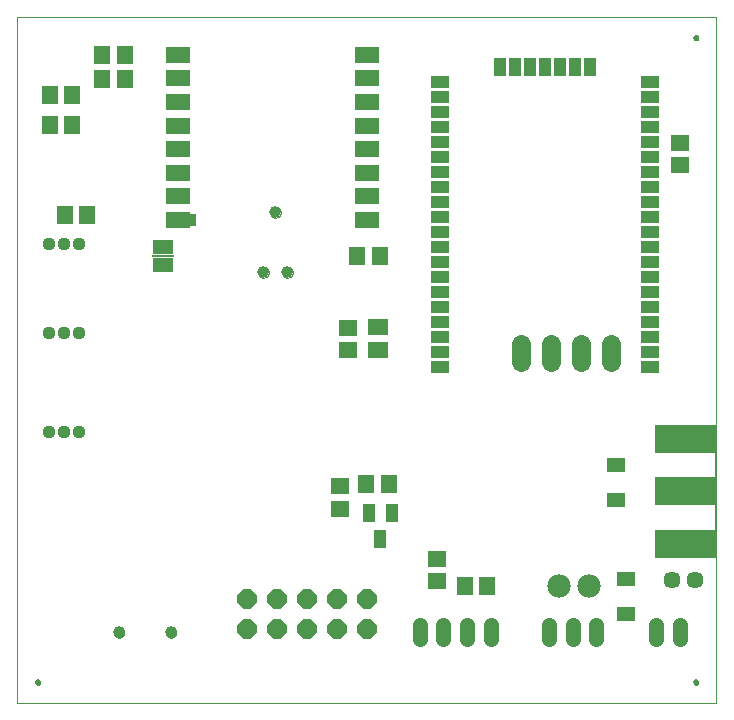
<source format=gbs>
G04 EAGLE Gerber X2 export*
G75*
%MOMM*%
%FSLAX34Y34*%
%LPD*%
%AMOC8*
5,1,8,0,0,1.08239X$1,22.5*%
G01*
%ADD10C,0.000000*%
%ADD11C,0.508000*%
%ADD12C,0.990600*%
%ADD13R,1.501600X1.301600*%
%ADD14R,1.701600X1.401600*%
%ADD15C,1.001600*%
%ADD16R,1.601600X1.401600*%
%ADD17R,1.401600X1.601600*%
%ADD18C,1.117600*%
%ADD19R,2.101600X1.371600*%
%ADD20R,1.006400X1.006400*%
%ADD21R,1.701800X1.270000*%
%ADD22R,1.828800X0.152400*%
%ADD23R,1.625600X1.117600*%
%ADD24R,1.117600X1.625600*%
%ADD25R,5.181600X2.387600*%
%ADD26P,1.759533X8X202.500000*%
%ADD27C,1.625600*%
%ADD28C,1.301600*%
%ADD29C,1.451600*%
%ADD30C,1.981200*%
%ADD31R,1.101600X1.501600*%


D10*
X0Y0D02*
X591820Y0D01*
X591820Y580390D01*
X0Y580390D01*
X0Y0D01*
X572516Y17272D02*
X572518Y17362D01*
X572524Y17452D01*
X572534Y17541D01*
X572548Y17630D01*
X572566Y17718D01*
X572587Y17805D01*
X572613Y17891D01*
X572642Y17976D01*
X572675Y18060D01*
X572712Y18142D01*
X572752Y18222D01*
X572796Y18301D01*
X572843Y18377D01*
X572894Y18452D01*
X572947Y18524D01*
X573004Y18593D01*
X573064Y18660D01*
X573127Y18725D01*
X573193Y18786D01*
X573261Y18845D01*
X573332Y18900D01*
X573405Y18952D01*
X573481Y19001D01*
X573558Y19047D01*
X573638Y19089D01*
X573719Y19127D01*
X573802Y19162D01*
X573886Y19193D01*
X573972Y19221D01*
X574058Y19244D01*
X574146Y19264D01*
X574235Y19280D01*
X574324Y19292D01*
X574413Y19300D01*
X574503Y19304D01*
X574593Y19304D01*
X574683Y19300D01*
X574772Y19292D01*
X574861Y19280D01*
X574950Y19264D01*
X575038Y19244D01*
X575124Y19221D01*
X575210Y19193D01*
X575294Y19162D01*
X575377Y19127D01*
X575458Y19089D01*
X575538Y19047D01*
X575615Y19001D01*
X575691Y18952D01*
X575764Y18900D01*
X575835Y18845D01*
X575903Y18786D01*
X575969Y18725D01*
X576032Y18660D01*
X576092Y18593D01*
X576149Y18524D01*
X576202Y18452D01*
X576253Y18377D01*
X576300Y18301D01*
X576344Y18222D01*
X576384Y18142D01*
X576421Y18060D01*
X576454Y17976D01*
X576483Y17891D01*
X576509Y17805D01*
X576530Y17718D01*
X576548Y17630D01*
X576562Y17541D01*
X576572Y17452D01*
X576578Y17362D01*
X576580Y17272D01*
X576578Y17182D01*
X576572Y17092D01*
X576562Y17003D01*
X576548Y16914D01*
X576530Y16826D01*
X576509Y16739D01*
X576483Y16653D01*
X576454Y16568D01*
X576421Y16484D01*
X576384Y16402D01*
X576344Y16322D01*
X576300Y16243D01*
X576253Y16167D01*
X576202Y16092D01*
X576149Y16020D01*
X576092Y15951D01*
X576032Y15884D01*
X575969Y15819D01*
X575903Y15758D01*
X575835Y15699D01*
X575764Y15644D01*
X575691Y15592D01*
X575615Y15543D01*
X575538Y15497D01*
X575458Y15455D01*
X575377Y15417D01*
X575294Y15382D01*
X575210Y15351D01*
X575124Y15323D01*
X575038Y15300D01*
X574950Y15280D01*
X574861Y15264D01*
X574772Y15252D01*
X574683Y15244D01*
X574593Y15240D01*
X574503Y15240D01*
X574413Y15244D01*
X574324Y15252D01*
X574235Y15264D01*
X574146Y15280D01*
X574058Y15300D01*
X573972Y15323D01*
X573886Y15351D01*
X573802Y15382D01*
X573719Y15417D01*
X573638Y15455D01*
X573558Y15497D01*
X573481Y15543D01*
X573405Y15592D01*
X573332Y15644D01*
X573261Y15699D01*
X573193Y15758D01*
X573127Y15819D01*
X573064Y15884D01*
X573004Y15951D01*
X572947Y16020D01*
X572894Y16092D01*
X572843Y16167D01*
X572796Y16243D01*
X572752Y16322D01*
X572712Y16402D01*
X572675Y16484D01*
X572642Y16568D01*
X572613Y16653D01*
X572587Y16739D01*
X572566Y16826D01*
X572548Y16914D01*
X572534Y17003D01*
X572524Y17092D01*
X572518Y17182D01*
X572516Y17272D01*
D11*
X574548Y17272D03*
D10*
X15240Y17272D02*
X15242Y17362D01*
X15248Y17452D01*
X15258Y17541D01*
X15272Y17630D01*
X15290Y17718D01*
X15311Y17805D01*
X15337Y17891D01*
X15366Y17976D01*
X15399Y18060D01*
X15436Y18142D01*
X15476Y18222D01*
X15520Y18301D01*
X15567Y18377D01*
X15618Y18452D01*
X15671Y18524D01*
X15728Y18593D01*
X15788Y18660D01*
X15851Y18725D01*
X15917Y18786D01*
X15985Y18845D01*
X16056Y18900D01*
X16129Y18952D01*
X16205Y19001D01*
X16282Y19047D01*
X16362Y19089D01*
X16443Y19127D01*
X16526Y19162D01*
X16610Y19193D01*
X16696Y19221D01*
X16782Y19244D01*
X16870Y19264D01*
X16959Y19280D01*
X17048Y19292D01*
X17137Y19300D01*
X17227Y19304D01*
X17317Y19304D01*
X17407Y19300D01*
X17496Y19292D01*
X17585Y19280D01*
X17674Y19264D01*
X17762Y19244D01*
X17848Y19221D01*
X17934Y19193D01*
X18018Y19162D01*
X18101Y19127D01*
X18182Y19089D01*
X18262Y19047D01*
X18339Y19001D01*
X18415Y18952D01*
X18488Y18900D01*
X18559Y18845D01*
X18627Y18786D01*
X18693Y18725D01*
X18756Y18660D01*
X18816Y18593D01*
X18873Y18524D01*
X18926Y18452D01*
X18977Y18377D01*
X19024Y18301D01*
X19068Y18222D01*
X19108Y18142D01*
X19145Y18060D01*
X19178Y17976D01*
X19207Y17891D01*
X19233Y17805D01*
X19254Y17718D01*
X19272Y17630D01*
X19286Y17541D01*
X19296Y17452D01*
X19302Y17362D01*
X19304Y17272D01*
X19302Y17182D01*
X19296Y17092D01*
X19286Y17003D01*
X19272Y16914D01*
X19254Y16826D01*
X19233Y16739D01*
X19207Y16653D01*
X19178Y16568D01*
X19145Y16484D01*
X19108Y16402D01*
X19068Y16322D01*
X19024Y16243D01*
X18977Y16167D01*
X18926Y16092D01*
X18873Y16020D01*
X18816Y15951D01*
X18756Y15884D01*
X18693Y15819D01*
X18627Y15758D01*
X18559Y15699D01*
X18488Y15644D01*
X18415Y15592D01*
X18339Y15543D01*
X18262Y15497D01*
X18182Y15455D01*
X18101Y15417D01*
X18018Y15382D01*
X17934Y15351D01*
X17848Y15323D01*
X17762Y15300D01*
X17674Y15280D01*
X17585Y15264D01*
X17496Y15252D01*
X17407Y15244D01*
X17317Y15240D01*
X17227Y15240D01*
X17137Y15244D01*
X17048Y15252D01*
X16959Y15264D01*
X16870Y15280D01*
X16782Y15300D01*
X16696Y15323D01*
X16610Y15351D01*
X16526Y15382D01*
X16443Y15417D01*
X16362Y15455D01*
X16282Y15497D01*
X16205Y15543D01*
X16129Y15592D01*
X16056Y15644D01*
X15985Y15699D01*
X15917Y15758D01*
X15851Y15819D01*
X15788Y15884D01*
X15728Y15951D01*
X15671Y16020D01*
X15618Y16092D01*
X15567Y16167D01*
X15520Y16243D01*
X15476Y16322D01*
X15436Y16402D01*
X15399Y16484D01*
X15366Y16568D01*
X15337Y16653D01*
X15311Y16739D01*
X15290Y16826D01*
X15272Y16914D01*
X15258Y17003D01*
X15248Y17092D01*
X15242Y17182D01*
X15240Y17272D01*
D11*
X17272Y17272D03*
D10*
X572516Y563118D02*
X572518Y563208D01*
X572524Y563298D01*
X572534Y563387D01*
X572548Y563476D01*
X572566Y563564D01*
X572587Y563651D01*
X572613Y563737D01*
X572642Y563822D01*
X572675Y563906D01*
X572712Y563988D01*
X572752Y564068D01*
X572796Y564147D01*
X572843Y564223D01*
X572894Y564298D01*
X572947Y564370D01*
X573004Y564439D01*
X573064Y564506D01*
X573127Y564571D01*
X573193Y564632D01*
X573261Y564691D01*
X573332Y564746D01*
X573405Y564798D01*
X573481Y564847D01*
X573558Y564893D01*
X573638Y564935D01*
X573719Y564973D01*
X573802Y565008D01*
X573886Y565039D01*
X573972Y565067D01*
X574058Y565090D01*
X574146Y565110D01*
X574235Y565126D01*
X574324Y565138D01*
X574413Y565146D01*
X574503Y565150D01*
X574593Y565150D01*
X574683Y565146D01*
X574772Y565138D01*
X574861Y565126D01*
X574950Y565110D01*
X575038Y565090D01*
X575124Y565067D01*
X575210Y565039D01*
X575294Y565008D01*
X575377Y564973D01*
X575458Y564935D01*
X575538Y564893D01*
X575615Y564847D01*
X575691Y564798D01*
X575764Y564746D01*
X575835Y564691D01*
X575903Y564632D01*
X575969Y564571D01*
X576032Y564506D01*
X576092Y564439D01*
X576149Y564370D01*
X576202Y564298D01*
X576253Y564223D01*
X576300Y564147D01*
X576344Y564068D01*
X576384Y563988D01*
X576421Y563906D01*
X576454Y563822D01*
X576483Y563737D01*
X576509Y563651D01*
X576530Y563564D01*
X576548Y563476D01*
X576562Y563387D01*
X576572Y563298D01*
X576578Y563208D01*
X576580Y563118D01*
X576578Y563028D01*
X576572Y562938D01*
X576562Y562849D01*
X576548Y562760D01*
X576530Y562672D01*
X576509Y562585D01*
X576483Y562499D01*
X576454Y562414D01*
X576421Y562330D01*
X576384Y562248D01*
X576344Y562168D01*
X576300Y562089D01*
X576253Y562013D01*
X576202Y561938D01*
X576149Y561866D01*
X576092Y561797D01*
X576032Y561730D01*
X575969Y561665D01*
X575903Y561604D01*
X575835Y561545D01*
X575764Y561490D01*
X575691Y561438D01*
X575615Y561389D01*
X575538Y561343D01*
X575458Y561301D01*
X575377Y561263D01*
X575294Y561228D01*
X575210Y561197D01*
X575124Y561169D01*
X575038Y561146D01*
X574950Y561126D01*
X574861Y561110D01*
X574772Y561098D01*
X574683Y561090D01*
X574593Y561086D01*
X574503Y561086D01*
X574413Y561090D01*
X574324Y561098D01*
X574235Y561110D01*
X574146Y561126D01*
X574058Y561146D01*
X573972Y561169D01*
X573886Y561197D01*
X573802Y561228D01*
X573719Y561263D01*
X573638Y561301D01*
X573558Y561343D01*
X573481Y561389D01*
X573405Y561438D01*
X573332Y561490D01*
X573261Y561545D01*
X573193Y561604D01*
X573127Y561665D01*
X573064Y561730D01*
X573004Y561797D01*
X572947Y561866D01*
X572894Y561938D01*
X572843Y562013D01*
X572796Y562089D01*
X572752Y562168D01*
X572712Y562248D01*
X572675Y562330D01*
X572642Y562414D01*
X572613Y562499D01*
X572587Y562585D01*
X572566Y562672D01*
X572548Y562760D01*
X572534Y562849D01*
X572524Y562938D01*
X572518Y563028D01*
X572516Y563118D01*
D11*
X574548Y563118D03*
D10*
X213995Y415290D02*
X213997Y415423D01*
X214003Y415556D01*
X214013Y415688D01*
X214027Y415821D01*
X214045Y415952D01*
X214066Y416084D01*
X214092Y416214D01*
X214122Y416344D01*
X214155Y416473D01*
X214192Y416600D01*
X214234Y416727D01*
X214278Y416852D01*
X214327Y416976D01*
X214379Y417098D01*
X214435Y417219D01*
X214495Y417338D01*
X214558Y417455D01*
X214624Y417570D01*
X214694Y417683D01*
X214767Y417794D01*
X214844Y417903D01*
X214924Y418009D01*
X215007Y418113D01*
X215093Y418215D01*
X215182Y418313D01*
X215273Y418409D01*
X215368Y418503D01*
X215466Y418593D01*
X215566Y418681D01*
X215669Y418765D01*
X215774Y418847D01*
X215881Y418925D01*
X215991Y419000D01*
X216103Y419071D01*
X216218Y419139D01*
X216334Y419204D01*
X216452Y419266D01*
X216572Y419323D01*
X216693Y419377D01*
X216816Y419428D01*
X216941Y419474D01*
X217066Y419517D01*
X217194Y419557D01*
X217322Y419592D01*
X217451Y419624D01*
X217581Y419651D01*
X217712Y419675D01*
X217843Y419695D01*
X217975Y419711D01*
X218108Y419723D01*
X218241Y419731D01*
X218374Y419735D01*
X218506Y419735D01*
X218639Y419731D01*
X218772Y419723D01*
X218905Y419711D01*
X219037Y419695D01*
X219168Y419675D01*
X219299Y419651D01*
X219429Y419624D01*
X219558Y419592D01*
X219686Y419557D01*
X219814Y419517D01*
X219939Y419474D01*
X220064Y419428D01*
X220187Y419377D01*
X220308Y419323D01*
X220428Y419266D01*
X220546Y419204D01*
X220663Y419139D01*
X220777Y419071D01*
X220889Y419000D01*
X220999Y418925D01*
X221106Y418847D01*
X221211Y418765D01*
X221314Y418681D01*
X221414Y418593D01*
X221512Y418503D01*
X221607Y418409D01*
X221698Y418313D01*
X221787Y418215D01*
X221873Y418113D01*
X221956Y418009D01*
X222036Y417903D01*
X222113Y417794D01*
X222186Y417683D01*
X222256Y417570D01*
X222322Y417455D01*
X222385Y417338D01*
X222445Y417219D01*
X222501Y417098D01*
X222553Y416976D01*
X222602Y416852D01*
X222646Y416727D01*
X222688Y416600D01*
X222725Y416473D01*
X222758Y416344D01*
X222788Y416214D01*
X222814Y416084D01*
X222835Y415952D01*
X222853Y415821D01*
X222867Y415688D01*
X222877Y415556D01*
X222883Y415423D01*
X222885Y415290D01*
X222883Y415157D01*
X222877Y415024D01*
X222867Y414892D01*
X222853Y414759D01*
X222835Y414628D01*
X222814Y414496D01*
X222788Y414366D01*
X222758Y414236D01*
X222725Y414107D01*
X222688Y413980D01*
X222646Y413853D01*
X222602Y413728D01*
X222553Y413604D01*
X222501Y413482D01*
X222445Y413361D01*
X222385Y413242D01*
X222322Y413125D01*
X222256Y413010D01*
X222186Y412897D01*
X222113Y412786D01*
X222036Y412677D01*
X221956Y412571D01*
X221873Y412467D01*
X221787Y412365D01*
X221698Y412267D01*
X221607Y412171D01*
X221512Y412077D01*
X221414Y411987D01*
X221314Y411899D01*
X221211Y411815D01*
X221106Y411733D01*
X220999Y411655D01*
X220889Y411580D01*
X220777Y411509D01*
X220662Y411441D01*
X220546Y411376D01*
X220428Y411314D01*
X220308Y411257D01*
X220187Y411203D01*
X220064Y411152D01*
X219939Y411106D01*
X219814Y411063D01*
X219686Y411023D01*
X219558Y410988D01*
X219429Y410956D01*
X219299Y410929D01*
X219168Y410905D01*
X219037Y410885D01*
X218905Y410869D01*
X218772Y410857D01*
X218639Y410849D01*
X218506Y410845D01*
X218374Y410845D01*
X218241Y410849D01*
X218108Y410857D01*
X217975Y410869D01*
X217843Y410885D01*
X217712Y410905D01*
X217581Y410929D01*
X217451Y410956D01*
X217322Y410988D01*
X217194Y411023D01*
X217066Y411063D01*
X216941Y411106D01*
X216816Y411152D01*
X216693Y411203D01*
X216572Y411257D01*
X216452Y411314D01*
X216334Y411376D01*
X216217Y411441D01*
X216103Y411509D01*
X215991Y411580D01*
X215881Y411655D01*
X215774Y411733D01*
X215669Y411815D01*
X215566Y411899D01*
X215466Y411987D01*
X215368Y412077D01*
X215273Y412171D01*
X215182Y412267D01*
X215093Y412365D01*
X215007Y412467D01*
X214924Y412571D01*
X214844Y412677D01*
X214767Y412786D01*
X214694Y412897D01*
X214624Y413010D01*
X214558Y413125D01*
X214495Y413242D01*
X214435Y413361D01*
X214379Y413482D01*
X214327Y413604D01*
X214278Y413728D01*
X214234Y413853D01*
X214192Y413980D01*
X214155Y414107D01*
X214122Y414236D01*
X214092Y414366D01*
X214066Y414496D01*
X214045Y414628D01*
X214027Y414759D01*
X214013Y414892D01*
X214003Y415024D01*
X213997Y415157D01*
X213995Y415290D01*
D12*
X218440Y415290D03*
D10*
X203835Y364490D02*
X203837Y364623D01*
X203843Y364756D01*
X203853Y364888D01*
X203867Y365021D01*
X203885Y365152D01*
X203906Y365284D01*
X203932Y365414D01*
X203962Y365544D01*
X203995Y365673D01*
X204032Y365800D01*
X204074Y365927D01*
X204118Y366052D01*
X204167Y366176D01*
X204219Y366298D01*
X204275Y366419D01*
X204335Y366538D01*
X204398Y366655D01*
X204464Y366770D01*
X204534Y366883D01*
X204607Y366994D01*
X204684Y367103D01*
X204764Y367209D01*
X204847Y367313D01*
X204933Y367415D01*
X205022Y367513D01*
X205113Y367609D01*
X205208Y367703D01*
X205306Y367793D01*
X205406Y367881D01*
X205509Y367965D01*
X205614Y368047D01*
X205721Y368125D01*
X205831Y368200D01*
X205943Y368271D01*
X206058Y368339D01*
X206174Y368404D01*
X206292Y368466D01*
X206412Y368523D01*
X206533Y368577D01*
X206656Y368628D01*
X206781Y368674D01*
X206906Y368717D01*
X207034Y368757D01*
X207162Y368792D01*
X207291Y368824D01*
X207421Y368851D01*
X207552Y368875D01*
X207683Y368895D01*
X207815Y368911D01*
X207948Y368923D01*
X208081Y368931D01*
X208214Y368935D01*
X208346Y368935D01*
X208479Y368931D01*
X208612Y368923D01*
X208745Y368911D01*
X208877Y368895D01*
X209008Y368875D01*
X209139Y368851D01*
X209269Y368824D01*
X209398Y368792D01*
X209526Y368757D01*
X209654Y368717D01*
X209779Y368674D01*
X209904Y368628D01*
X210027Y368577D01*
X210148Y368523D01*
X210268Y368466D01*
X210386Y368404D01*
X210503Y368339D01*
X210617Y368271D01*
X210729Y368200D01*
X210839Y368125D01*
X210946Y368047D01*
X211051Y367965D01*
X211154Y367881D01*
X211254Y367793D01*
X211352Y367703D01*
X211447Y367609D01*
X211538Y367513D01*
X211627Y367415D01*
X211713Y367313D01*
X211796Y367209D01*
X211876Y367103D01*
X211953Y366994D01*
X212026Y366883D01*
X212096Y366770D01*
X212162Y366655D01*
X212225Y366538D01*
X212285Y366419D01*
X212341Y366298D01*
X212393Y366176D01*
X212442Y366052D01*
X212486Y365927D01*
X212528Y365800D01*
X212565Y365673D01*
X212598Y365544D01*
X212628Y365414D01*
X212654Y365284D01*
X212675Y365152D01*
X212693Y365021D01*
X212707Y364888D01*
X212717Y364756D01*
X212723Y364623D01*
X212725Y364490D01*
X212723Y364357D01*
X212717Y364224D01*
X212707Y364092D01*
X212693Y363959D01*
X212675Y363828D01*
X212654Y363696D01*
X212628Y363566D01*
X212598Y363436D01*
X212565Y363307D01*
X212528Y363180D01*
X212486Y363053D01*
X212442Y362928D01*
X212393Y362804D01*
X212341Y362682D01*
X212285Y362561D01*
X212225Y362442D01*
X212162Y362325D01*
X212096Y362210D01*
X212026Y362097D01*
X211953Y361986D01*
X211876Y361877D01*
X211796Y361771D01*
X211713Y361667D01*
X211627Y361565D01*
X211538Y361467D01*
X211447Y361371D01*
X211352Y361277D01*
X211254Y361187D01*
X211154Y361099D01*
X211051Y361015D01*
X210946Y360933D01*
X210839Y360855D01*
X210729Y360780D01*
X210617Y360709D01*
X210502Y360641D01*
X210386Y360576D01*
X210268Y360514D01*
X210148Y360457D01*
X210027Y360403D01*
X209904Y360352D01*
X209779Y360306D01*
X209654Y360263D01*
X209526Y360223D01*
X209398Y360188D01*
X209269Y360156D01*
X209139Y360129D01*
X209008Y360105D01*
X208877Y360085D01*
X208745Y360069D01*
X208612Y360057D01*
X208479Y360049D01*
X208346Y360045D01*
X208214Y360045D01*
X208081Y360049D01*
X207948Y360057D01*
X207815Y360069D01*
X207683Y360085D01*
X207552Y360105D01*
X207421Y360129D01*
X207291Y360156D01*
X207162Y360188D01*
X207034Y360223D01*
X206906Y360263D01*
X206781Y360306D01*
X206656Y360352D01*
X206533Y360403D01*
X206412Y360457D01*
X206292Y360514D01*
X206174Y360576D01*
X206057Y360641D01*
X205943Y360709D01*
X205831Y360780D01*
X205721Y360855D01*
X205614Y360933D01*
X205509Y361015D01*
X205406Y361099D01*
X205306Y361187D01*
X205208Y361277D01*
X205113Y361371D01*
X205022Y361467D01*
X204933Y361565D01*
X204847Y361667D01*
X204764Y361771D01*
X204684Y361877D01*
X204607Y361986D01*
X204534Y362097D01*
X204464Y362210D01*
X204398Y362325D01*
X204335Y362442D01*
X204275Y362561D01*
X204219Y362682D01*
X204167Y362804D01*
X204118Y362928D01*
X204074Y363053D01*
X204032Y363180D01*
X203995Y363307D01*
X203962Y363436D01*
X203932Y363566D01*
X203906Y363696D01*
X203885Y363828D01*
X203867Y363959D01*
X203853Y364092D01*
X203843Y364224D01*
X203837Y364357D01*
X203835Y364490D01*
D12*
X208280Y364490D03*
D10*
X224155Y364490D02*
X224157Y364623D01*
X224163Y364756D01*
X224173Y364888D01*
X224187Y365021D01*
X224205Y365152D01*
X224226Y365284D01*
X224252Y365414D01*
X224282Y365544D01*
X224315Y365673D01*
X224352Y365800D01*
X224394Y365927D01*
X224438Y366052D01*
X224487Y366176D01*
X224539Y366298D01*
X224595Y366419D01*
X224655Y366538D01*
X224718Y366655D01*
X224784Y366770D01*
X224854Y366883D01*
X224927Y366994D01*
X225004Y367103D01*
X225084Y367209D01*
X225167Y367313D01*
X225253Y367415D01*
X225342Y367513D01*
X225433Y367609D01*
X225528Y367703D01*
X225626Y367793D01*
X225726Y367881D01*
X225829Y367965D01*
X225934Y368047D01*
X226041Y368125D01*
X226151Y368200D01*
X226263Y368271D01*
X226378Y368339D01*
X226494Y368404D01*
X226612Y368466D01*
X226732Y368523D01*
X226853Y368577D01*
X226976Y368628D01*
X227101Y368674D01*
X227226Y368717D01*
X227354Y368757D01*
X227482Y368792D01*
X227611Y368824D01*
X227741Y368851D01*
X227872Y368875D01*
X228003Y368895D01*
X228135Y368911D01*
X228268Y368923D01*
X228401Y368931D01*
X228534Y368935D01*
X228666Y368935D01*
X228799Y368931D01*
X228932Y368923D01*
X229065Y368911D01*
X229197Y368895D01*
X229328Y368875D01*
X229459Y368851D01*
X229589Y368824D01*
X229718Y368792D01*
X229846Y368757D01*
X229974Y368717D01*
X230099Y368674D01*
X230224Y368628D01*
X230347Y368577D01*
X230468Y368523D01*
X230588Y368466D01*
X230706Y368404D01*
X230823Y368339D01*
X230937Y368271D01*
X231049Y368200D01*
X231159Y368125D01*
X231266Y368047D01*
X231371Y367965D01*
X231474Y367881D01*
X231574Y367793D01*
X231672Y367703D01*
X231767Y367609D01*
X231858Y367513D01*
X231947Y367415D01*
X232033Y367313D01*
X232116Y367209D01*
X232196Y367103D01*
X232273Y366994D01*
X232346Y366883D01*
X232416Y366770D01*
X232482Y366655D01*
X232545Y366538D01*
X232605Y366419D01*
X232661Y366298D01*
X232713Y366176D01*
X232762Y366052D01*
X232806Y365927D01*
X232848Y365800D01*
X232885Y365673D01*
X232918Y365544D01*
X232948Y365414D01*
X232974Y365284D01*
X232995Y365152D01*
X233013Y365021D01*
X233027Y364888D01*
X233037Y364756D01*
X233043Y364623D01*
X233045Y364490D01*
X233043Y364357D01*
X233037Y364224D01*
X233027Y364092D01*
X233013Y363959D01*
X232995Y363828D01*
X232974Y363696D01*
X232948Y363566D01*
X232918Y363436D01*
X232885Y363307D01*
X232848Y363180D01*
X232806Y363053D01*
X232762Y362928D01*
X232713Y362804D01*
X232661Y362682D01*
X232605Y362561D01*
X232545Y362442D01*
X232482Y362325D01*
X232416Y362210D01*
X232346Y362097D01*
X232273Y361986D01*
X232196Y361877D01*
X232116Y361771D01*
X232033Y361667D01*
X231947Y361565D01*
X231858Y361467D01*
X231767Y361371D01*
X231672Y361277D01*
X231574Y361187D01*
X231474Y361099D01*
X231371Y361015D01*
X231266Y360933D01*
X231159Y360855D01*
X231049Y360780D01*
X230937Y360709D01*
X230822Y360641D01*
X230706Y360576D01*
X230588Y360514D01*
X230468Y360457D01*
X230347Y360403D01*
X230224Y360352D01*
X230099Y360306D01*
X229974Y360263D01*
X229846Y360223D01*
X229718Y360188D01*
X229589Y360156D01*
X229459Y360129D01*
X229328Y360105D01*
X229197Y360085D01*
X229065Y360069D01*
X228932Y360057D01*
X228799Y360049D01*
X228666Y360045D01*
X228534Y360045D01*
X228401Y360049D01*
X228268Y360057D01*
X228135Y360069D01*
X228003Y360085D01*
X227872Y360105D01*
X227741Y360129D01*
X227611Y360156D01*
X227482Y360188D01*
X227354Y360223D01*
X227226Y360263D01*
X227101Y360306D01*
X226976Y360352D01*
X226853Y360403D01*
X226732Y360457D01*
X226612Y360514D01*
X226494Y360576D01*
X226377Y360641D01*
X226263Y360709D01*
X226151Y360780D01*
X226041Y360855D01*
X225934Y360933D01*
X225829Y361015D01*
X225726Y361099D01*
X225626Y361187D01*
X225528Y361277D01*
X225433Y361371D01*
X225342Y361467D01*
X225253Y361565D01*
X225167Y361667D01*
X225084Y361771D01*
X225004Y361877D01*
X224927Y361986D01*
X224854Y362097D01*
X224784Y362210D01*
X224718Y362325D01*
X224655Y362442D01*
X224595Y362561D01*
X224539Y362682D01*
X224487Y362804D01*
X224438Y362928D01*
X224394Y363053D01*
X224352Y363180D01*
X224315Y363307D01*
X224282Y363436D01*
X224252Y363566D01*
X224226Y363696D01*
X224205Y363828D01*
X224187Y363959D01*
X224173Y364092D01*
X224163Y364224D01*
X224157Y364357D01*
X224155Y364490D01*
D12*
X228600Y364490D03*
D13*
X514858Y74916D03*
X514858Y104916D03*
X506984Y201436D03*
X506984Y171436D03*
D14*
X305054Y299110D03*
X305054Y318110D03*
D10*
X81450Y59690D02*
X81452Y59824D01*
X81458Y59958D01*
X81468Y60091D01*
X81482Y60225D01*
X81500Y60358D01*
X81522Y60490D01*
X81547Y60621D01*
X81577Y60752D01*
X81611Y60882D01*
X81648Y61010D01*
X81689Y61138D01*
X81734Y61264D01*
X81783Y61389D01*
X81835Y61512D01*
X81891Y61634D01*
X81951Y61754D01*
X82014Y61872D01*
X82081Y61988D01*
X82151Y62102D01*
X82225Y62214D01*
X82302Y62324D01*
X82382Y62432D01*
X82465Y62537D01*
X82551Y62639D01*
X82640Y62739D01*
X82733Y62836D01*
X82828Y62931D01*
X82926Y63022D01*
X83026Y63111D01*
X83129Y63196D01*
X83235Y63279D01*
X83343Y63358D01*
X83453Y63434D01*
X83566Y63507D01*
X83681Y63576D01*
X83797Y63642D01*
X83916Y63704D01*
X84036Y63763D01*
X84159Y63818D01*
X84282Y63870D01*
X84407Y63917D01*
X84534Y63961D01*
X84662Y64002D01*
X84791Y64038D01*
X84921Y64071D01*
X85052Y64099D01*
X85183Y64124D01*
X85316Y64145D01*
X85449Y64162D01*
X85582Y64175D01*
X85716Y64184D01*
X85850Y64189D01*
X85984Y64190D01*
X86117Y64187D01*
X86251Y64180D01*
X86385Y64169D01*
X86518Y64154D01*
X86651Y64135D01*
X86783Y64112D01*
X86914Y64086D01*
X87044Y64055D01*
X87174Y64020D01*
X87302Y63982D01*
X87429Y63940D01*
X87555Y63894D01*
X87680Y63844D01*
X87803Y63791D01*
X87924Y63734D01*
X88044Y63673D01*
X88161Y63609D01*
X88277Y63542D01*
X88391Y63471D01*
X88502Y63396D01*
X88611Y63319D01*
X88718Y63238D01*
X88823Y63154D01*
X88924Y63067D01*
X89024Y62977D01*
X89120Y62884D01*
X89214Y62788D01*
X89305Y62689D01*
X89392Y62588D01*
X89477Y62484D01*
X89559Y62378D01*
X89637Y62270D01*
X89712Y62159D01*
X89784Y62046D01*
X89853Y61930D01*
X89918Y61813D01*
X89979Y61694D01*
X90037Y61573D01*
X90091Y61451D01*
X90142Y61327D01*
X90189Y61201D01*
X90232Y61074D01*
X90271Y60946D01*
X90307Y60817D01*
X90338Y60687D01*
X90366Y60556D01*
X90390Y60424D01*
X90410Y60291D01*
X90426Y60158D01*
X90438Y60025D01*
X90446Y59891D01*
X90450Y59757D01*
X90450Y59623D01*
X90446Y59489D01*
X90438Y59355D01*
X90426Y59222D01*
X90410Y59089D01*
X90390Y58956D01*
X90366Y58824D01*
X90338Y58693D01*
X90307Y58563D01*
X90271Y58434D01*
X90232Y58306D01*
X90189Y58179D01*
X90142Y58053D01*
X90091Y57929D01*
X90037Y57807D01*
X89979Y57686D01*
X89918Y57567D01*
X89853Y57450D01*
X89784Y57334D01*
X89712Y57221D01*
X89637Y57110D01*
X89559Y57002D01*
X89477Y56896D01*
X89392Y56792D01*
X89305Y56691D01*
X89214Y56592D01*
X89120Y56496D01*
X89024Y56403D01*
X88924Y56313D01*
X88823Y56226D01*
X88718Y56142D01*
X88611Y56061D01*
X88502Y55984D01*
X88391Y55909D01*
X88277Y55838D01*
X88161Y55771D01*
X88044Y55707D01*
X87924Y55646D01*
X87803Y55589D01*
X87680Y55536D01*
X87555Y55486D01*
X87429Y55440D01*
X87302Y55398D01*
X87174Y55360D01*
X87044Y55325D01*
X86914Y55294D01*
X86783Y55268D01*
X86651Y55245D01*
X86518Y55226D01*
X86385Y55211D01*
X86251Y55200D01*
X86117Y55193D01*
X85984Y55190D01*
X85850Y55191D01*
X85716Y55196D01*
X85582Y55205D01*
X85449Y55218D01*
X85316Y55235D01*
X85183Y55256D01*
X85052Y55281D01*
X84921Y55309D01*
X84791Y55342D01*
X84662Y55378D01*
X84534Y55419D01*
X84407Y55463D01*
X84282Y55510D01*
X84159Y55562D01*
X84036Y55617D01*
X83916Y55676D01*
X83797Y55738D01*
X83681Y55804D01*
X83566Y55873D01*
X83453Y55946D01*
X83343Y56022D01*
X83235Y56101D01*
X83129Y56184D01*
X83026Y56269D01*
X82926Y56358D01*
X82828Y56449D01*
X82733Y56544D01*
X82640Y56641D01*
X82551Y56741D01*
X82465Y56843D01*
X82382Y56948D01*
X82302Y57056D01*
X82225Y57166D01*
X82151Y57278D01*
X82081Y57392D01*
X82014Y57508D01*
X81951Y57626D01*
X81891Y57746D01*
X81835Y57868D01*
X81783Y57991D01*
X81734Y58116D01*
X81689Y58242D01*
X81648Y58370D01*
X81611Y58498D01*
X81577Y58628D01*
X81547Y58759D01*
X81522Y58890D01*
X81500Y59022D01*
X81482Y59155D01*
X81468Y59289D01*
X81458Y59422D01*
X81452Y59556D01*
X81450Y59690D01*
D15*
X85950Y59690D03*
D10*
X125450Y59690D02*
X125452Y59824D01*
X125458Y59958D01*
X125468Y60091D01*
X125482Y60225D01*
X125500Y60358D01*
X125522Y60490D01*
X125547Y60621D01*
X125577Y60752D01*
X125611Y60882D01*
X125648Y61010D01*
X125689Y61138D01*
X125734Y61264D01*
X125783Y61389D01*
X125835Y61512D01*
X125891Y61634D01*
X125951Y61754D01*
X126014Y61872D01*
X126081Y61988D01*
X126151Y62102D01*
X126225Y62214D01*
X126302Y62324D01*
X126382Y62432D01*
X126465Y62537D01*
X126551Y62639D01*
X126640Y62739D01*
X126733Y62836D01*
X126828Y62931D01*
X126926Y63022D01*
X127026Y63111D01*
X127129Y63196D01*
X127235Y63279D01*
X127343Y63358D01*
X127453Y63434D01*
X127566Y63507D01*
X127681Y63576D01*
X127797Y63642D01*
X127916Y63704D01*
X128036Y63763D01*
X128159Y63818D01*
X128282Y63870D01*
X128407Y63917D01*
X128534Y63961D01*
X128662Y64002D01*
X128791Y64038D01*
X128921Y64071D01*
X129052Y64099D01*
X129183Y64124D01*
X129316Y64145D01*
X129449Y64162D01*
X129582Y64175D01*
X129716Y64184D01*
X129850Y64189D01*
X129984Y64190D01*
X130117Y64187D01*
X130251Y64180D01*
X130385Y64169D01*
X130518Y64154D01*
X130651Y64135D01*
X130783Y64112D01*
X130914Y64086D01*
X131044Y64055D01*
X131174Y64020D01*
X131302Y63982D01*
X131429Y63940D01*
X131555Y63894D01*
X131680Y63844D01*
X131803Y63791D01*
X131924Y63734D01*
X132044Y63673D01*
X132161Y63609D01*
X132277Y63542D01*
X132391Y63471D01*
X132502Y63396D01*
X132611Y63319D01*
X132718Y63238D01*
X132823Y63154D01*
X132924Y63067D01*
X133024Y62977D01*
X133120Y62884D01*
X133214Y62788D01*
X133305Y62689D01*
X133392Y62588D01*
X133477Y62484D01*
X133559Y62378D01*
X133637Y62270D01*
X133712Y62159D01*
X133784Y62046D01*
X133853Y61930D01*
X133918Y61813D01*
X133979Y61694D01*
X134037Y61573D01*
X134091Y61451D01*
X134142Y61327D01*
X134189Y61201D01*
X134232Y61074D01*
X134271Y60946D01*
X134307Y60817D01*
X134338Y60687D01*
X134366Y60556D01*
X134390Y60424D01*
X134410Y60291D01*
X134426Y60158D01*
X134438Y60025D01*
X134446Y59891D01*
X134450Y59757D01*
X134450Y59623D01*
X134446Y59489D01*
X134438Y59355D01*
X134426Y59222D01*
X134410Y59089D01*
X134390Y58956D01*
X134366Y58824D01*
X134338Y58693D01*
X134307Y58563D01*
X134271Y58434D01*
X134232Y58306D01*
X134189Y58179D01*
X134142Y58053D01*
X134091Y57929D01*
X134037Y57807D01*
X133979Y57686D01*
X133918Y57567D01*
X133853Y57450D01*
X133784Y57334D01*
X133712Y57221D01*
X133637Y57110D01*
X133559Y57002D01*
X133477Y56896D01*
X133392Y56792D01*
X133305Y56691D01*
X133214Y56592D01*
X133120Y56496D01*
X133024Y56403D01*
X132924Y56313D01*
X132823Y56226D01*
X132718Y56142D01*
X132611Y56061D01*
X132502Y55984D01*
X132391Y55909D01*
X132277Y55838D01*
X132161Y55771D01*
X132044Y55707D01*
X131924Y55646D01*
X131803Y55589D01*
X131680Y55536D01*
X131555Y55486D01*
X131429Y55440D01*
X131302Y55398D01*
X131174Y55360D01*
X131044Y55325D01*
X130914Y55294D01*
X130783Y55268D01*
X130651Y55245D01*
X130518Y55226D01*
X130385Y55211D01*
X130251Y55200D01*
X130117Y55193D01*
X129984Y55190D01*
X129850Y55191D01*
X129716Y55196D01*
X129582Y55205D01*
X129449Y55218D01*
X129316Y55235D01*
X129183Y55256D01*
X129052Y55281D01*
X128921Y55309D01*
X128791Y55342D01*
X128662Y55378D01*
X128534Y55419D01*
X128407Y55463D01*
X128282Y55510D01*
X128159Y55562D01*
X128036Y55617D01*
X127916Y55676D01*
X127797Y55738D01*
X127681Y55804D01*
X127566Y55873D01*
X127453Y55946D01*
X127343Y56022D01*
X127235Y56101D01*
X127129Y56184D01*
X127026Y56269D01*
X126926Y56358D01*
X126828Y56449D01*
X126733Y56544D01*
X126640Y56641D01*
X126551Y56741D01*
X126465Y56843D01*
X126382Y56948D01*
X126302Y57056D01*
X126225Y57166D01*
X126151Y57278D01*
X126081Y57392D01*
X126014Y57508D01*
X125951Y57626D01*
X125891Y57746D01*
X125835Y57868D01*
X125783Y57991D01*
X125734Y58116D01*
X125689Y58242D01*
X125648Y58370D01*
X125611Y58498D01*
X125577Y58628D01*
X125547Y58759D01*
X125522Y58890D01*
X125500Y59022D01*
X125482Y59155D01*
X125468Y59289D01*
X125458Y59422D01*
X125452Y59556D01*
X125450Y59690D01*
D15*
X129950Y59690D03*
D16*
X279908Y298602D03*
X279908Y317602D03*
D17*
X378612Y99060D03*
X397612Y99060D03*
D16*
X355092Y121768D03*
X355092Y102768D03*
D18*
X39116Y313182D03*
X51816Y313182D03*
X26416Y313182D03*
X39116Y388366D03*
X51816Y388366D03*
X26416Y388366D03*
X39370Y229108D03*
X52070Y229108D03*
X26670Y229108D03*
D17*
X27330Y488950D03*
X46330Y488950D03*
X71780Y528320D03*
X90780Y528320D03*
X27330Y514350D03*
X46330Y514350D03*
X90780Y548640D03*
X71780Y548640D03*
D19*
X135900Y408790D03*
X135900Y428790D03*
X135900Y448790D03*
X135900Y468790D03*
X135900Y488790D03*
X135900Y508790D03*
X135900Y528790D03*
X135900Y548790D03*
X295900Y548790D03*
X295900Y528790D03*
X295900Y508790D03*
X295900Y488790D03*
X295900Y468790D03*
X295900Y448790D03*
X295900Y428790D03*
X295900Y408790D03*
D20*
X146050Y408940D03*
D21*
X123190Y386080D03*
X123190Y370840D03*
D22*
X123190Y378460D03*
D16*
X560578Y455320D03*
X560578Y474320D03*
D23*
X358140Y284480D03*
X358140Y347980D03*
X358140Y360680D03*
X358140Y373380D03*
X358140Y411480D03*
X358140Y424180D03*
X358140Y525780D03*
D24*
X408940Y538480D03*
X421640Y538480D03*
X434340Y538480D03*
X447040Y538480D03*
X459740Y538480D03*
X472440Y538480D03*
X485140Y538480D03*
D23*
X535940Y525780D03*
X535940Y474980D03*
X535940Y462280D03*
X535940Y449580D03*
X535940Y360680D03*
X535940Y284480D03*
X358140Y297180D03*
X358140Y309880D03*
X358140Y386080D03*
X358140Y398780D03*
X358140Y436880D03*
X358140Y449580D03*
X535940Y436880D03*
X535940Y424180D03*
X535940Y411480D03*
X535940Y398780D03*
X535940Y386080D03*
X535940Y373380D03*
X535940Y335280D03*
X535940Y322580D03*
X535940Y309880D03*
X535940Y297180D03*
X535940Y487680D03*
X535940Y500380D03*
X535940Y513080D03*
X358140Y513080D03*
X358140Y500380D03*
X358140Y487680D03*
X358140Y474980D03*
X358140Y462280D03*
X358140Y335280D03*
X358140Y322580D03*
X535940Y347980D03*
D10*
X590550Y234950D02*
X590550Y123190D01*
D25*
X564896Y179070D03*
X564896Y223266D03*
X564896Y134874D03*
D26*
X295910Y62230D03*
X270510Y62230D03*
X245110Y62230D03*
X219710Y62230D03*
X194310Y62230D03*
X295910Y87630D03*
X270510Y87630D03*
X245110Y87630D03*
X219710Y87630D03*
X194310Y87630D03*
D17*
X59030Y412750D03*
X40030Y412750D03*
D27*
X426720Y303530D02*
X426720Y288290D01*
X452120Y288290D02*
X452120Y303530D01*
X477520Y303530D02*
X477520Y288290D01*
X502920Y288290D02*
X502920Y303530D01*
D28*
X450175Y66165D02*
X450175Y54165D01*
X470175Y54165D02*
X470175Y66165D01*
X490175Y66165D02*
X490175Y54165D01*
X540660Y54165D02*
X540660Y66165D01*
X560660Y66165D02*
X560660Y54165D01*
X340640Y54165D02*
X340640Y66165D01*
X360640Y66165D02*
X360640Y54165D01*
X380640Y54165D02*
X380640Y66165D01*
X400640Y66165D02*
X400640Y54165D01*
D29*
X553880Y104140D03*
X573880Y104140D03*
D30*
X458470Y99060D03*
X483870Y99060D03*
D17*
X287680Y378460D03*
X306680Y378460D03*
D31*
X297840Y160860D03*
X316840Y160860D03*
X307340Y138860D03*
D16*
X273050Y183490D03*
X273050Y164490D03*
D17*
X295300Y185420D03*
X314300Y185420D03*
M02*

</source>
